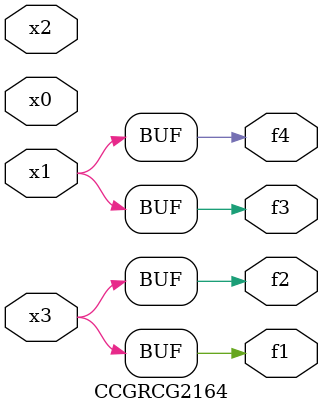
<source format=v>
module CCGRCG2164(
	input x0, x1, x2, x3,
	output f1, f2, f3, f4
);
	assign f1 = x3;
	assign f2 = x3;
	assign f3 = x1;
	assign f4 = x1;
endmodule

</source>
